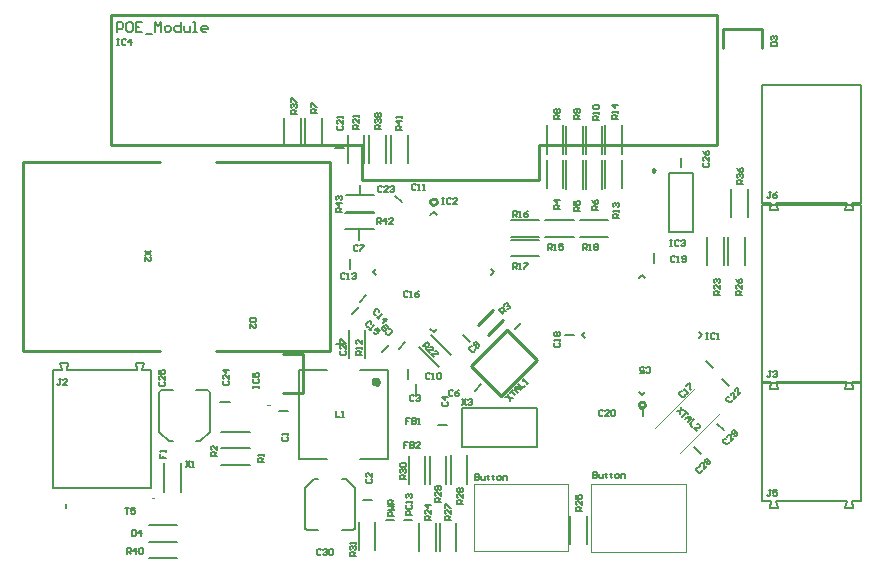
<source format=gto>
G04*
G04 #@! TF.GenerationSoftware,Altium Limited,Altium Designer,19.1.8 (144)*
G04*
G04 Layer_Color=65535*
%FSLAX25Y25*%
%MOIN*%
G70*
G01*
G75*
%ADD10C,0.01000*%
%ADD11C,0.00000*%
%ADD12C,0.00984*%
%ADD13C,0.01575*%
%ADD14C,0.00591*%
%ADD15C,0.00600*%
%ADD16C,0.00787*%
%ADD17C,0.00394*%
%ADD18C,0.00500*%
D10*
X131118Y120334D02*
X130697Y121209D01*
X129751Y121424D01*
X128993Y120820D01*
Y119849D01*
X129751Y119245D01*
X130697Y119460D01*
X131118Y120334D01*
X200618Y52666D02*
X200197Y53540D01*
X199251Y53755D01*
X198493Y53151D01*
Y52180D01*
X199251Y51575D01*
X200197Y51791D01*
X200618Y52666D01*
X148165Y75824D02*
X153176Y80835D01*
X144824Y79165D02*
X149835Y84176D01*
X165295Y139289D02*
X224350D01*
X165295Y127478D02*
Y139289D01*
X106240Y127478D02*
X165295D01*
X106240D02*
Y139289D01*
X22500D02*
Y151100D01*
Y182596D02*
X224350D01*
X22500Y139289D02*
X106240D01*
X22500Y151100D02*
Y182596D01*
X224350Y139289D02*
Y182596D01*
X152597Y55629D02*
X164568Y67600D01*
X142575Y65651D02*
X152597Y55629D01*
X142575Y65651D02*
X154546Y77622D01*
X164568Y67600D01*
X-6953Y70504D02*
Y133496D01*
X-6996Y70504D02*
X38756D01*
X-6953Y133496D02*
X38756D01*
X95449Y70500D02*
Y133492D01*
X57653Y70504D02*
X95449D01*
X57653Y133496D02*
X95449D01*
X226500Y178000D02*
X239500D01*
Y171500D02*
Y178000D01*
X226500Y171500D02*
Y178000D01*
X86374Y56500D02*
Y69500D01*
X79874Y56500D02*
X86374D01*
X79874Y69500D02*
X86374D01*
D11*
X75421Y52469D02*
X74634D01*
X75421D01*
X36825Y21728D02*
X36038D01*
X36825D01*
D12*
X203740Y130847D02*
X203002Y131273D01*
Y130420D01*
X203740Y130847D01*
D13*
X111614Y60327D02*
X111070Y61076D01*
X110190Y60790D01*
Y59864D01*
X111070Y59578D01*
X111614Y60327D01*
D14*
X87035Y12020D02*
X87324Y11324D01*
X88020Y11035D01*
X102980Y11035D02*
X103676Y11324D01*
X103965Y12020D01*
X55465Y56480D02*
X55176Y57176D01*
X54480Y57465D01*
X39520Y57465D02*
X38824Y57176D01*
X38535Y56480D01*
X87035Y12020D02*
Y24815D01*
X88020Y11035D02*
X91642D01*
X90185Y27965D02*
X91642D01*
X87035Y24815D02*
X90185Y27965D01*
X100815Y27965D02*
X103965Y24815D01*
X99358Y27965D02*
X100815D01*
X99358Y11035D02*
X102980D01*
X103965Y12020D02*
Y24815D01*
X55465Y43685D02*
Y56480D01*
X50858Y57465D02*
X54480D01*
X50858Y40535D02*
X52315D01*
Y40535D02*
X55465Y43685D01*
X38535Y43685D02*
X41685Y40535D01*
Y40535D02*
X43142D01*
X39520Y57465D02*
X43142D01*
X38535Y43685D02*
Y56480D01*
D15*
X130000Y117082D02*
X131061Y116021D01*
X149021Y95939D02*
X150082Y97000D01*
X128939Y77979D02*
X130000Y76918D01*
X109918Y97000D02*
X110979Y95939D01*
X130000Y76918D02*
X131061Y77979D01*
X149021Y98061D02*
X150082Y97000D01*
X128939Y116021D02*
X130000Y117082D01*
X109918Y97000D02*
X110979Y98061D01*
X117124Y122351D02*
X119351Y120124D01*
X35076Y12456D02*
X44524D01*
X35076Y6944D02*
X44524D01*
X198439Y56979D02*
X199500Y55918D01*
X179418Y76000D02*
X180479Y77061D01*
X199500Y96082D02*
X200561Y95021D01*
X218521Y77061D02*
X219582Y76000D01*
X198439Y95021D02*
X199500Y96082D01*
X179418Y76000D02*
X180479Y74939D01*
X199500Y55918D02*
X200561Y56979D01*
X218521Y74939D02*
X219582Y76000D01*
X100676Y116944D02*
X110124D01*
X100676Y122456D02*
X110124D01*
X100576Y116656D02*
X110024D01*
X100576Y111144D02*
X110024D01*
X115844Y133276D02*
Y142724D01*
X121356Y133276D02*
Y142724D01*
X35076Y6956D02*
X44524D01*
X35076Y1444D02*
X44524D01*
X108644Y133276D02*
Y142724D01*
X114156Y133276D02*
Y142724D01*
X80244Y138776D02*
Y148224D01*
X85756Y138776D02*
Y148224D01*
X229244Y115276D02*
Y124724D01*
X234756Y115276D02*
Y124724D01*
X105144Y4224D02*
Y13673D01*
X110656Y4224D02*
Y13673D01*
X127256Y26276D02*
Y35724D01*
X121744Y26276D02*
Y35724D01*
X134256Y26276D02*
Y35724D01*
X128744Y26276D02*
Y35724D01*
X141256Y26327D02*
Y35776D01*
X135744Y26327D02*
Y35776D01*
X132144Y3876D02*
Y13324D01*
X137656Y3876D02*
Y13324D01*
X233756Y99276D02*
Y108724D01*
X228244Y99276D02*
Y108724D01*
X181156Y6176D02*
Y15624D01*
X175644Y6176D02*
Y15624D01*
X130756Y3776D02*
Y13224D01*
X125244Y3776D02*
Y13224D01*
X221244Y99276D02*
Y108724D01*
X226756Y99276D02*
Y108724D01*
X125211Y71892D02*
X131892Y65211D01*
X129108Y75789D02*
X135789Y69108D01*
X106856Y133276D02*
Y142724D01*
X101344Y133276D02*
Y142724D01*
X178776Y114256D02*
X188224D01*
X178776Y108744D02*
X188224D01*
X155776Y107756D02*
X165224D01*
X155776Y102244D02*
X165224D01*
X155776Y114256D02*
X165224D01*
X155776Y108744D02*
X165224D01*
X167276D02*
X176724D01*
X167276Y114256D02*
X176724D01*
X192756Y136376D02*
Y145824D01*
X187244Y136376D02*
Y145824D01*
Y124776D02*
Y134224D01*
X192756Y124776D02*
Y134224D01*
X101744Y68276D02*
Y77724D01*
X107256Y68276D02*
Y77724D01*
X186256Y136276D02*
Y145724D01*
X180744Y136276D02*
Y145724D01*
X179756Y136276D02*
Y145724D01*
X174244Y136276D02*
Y145724D01*
X173256Y136376D02*
Y145824D01*
X167744Y136376D02*
Y145824D01*
X87244Y138776D02*
Y148224D01*
X92756Y138776D02*
Y148224D01*
X186256Y124724D02*
Y134173D01*
X180744Y124724D02*
Y134173D01*
X179756Y124724D02*
Y134173D01*
X174244Y124724D02*
Y134173D01*
X173256Y124776D02*
Y134224D01*
X167744Y124776D02*
Y134224D01*
X59276Y38244D02*
X68724D01*
X59276Y43756D02*
X68724D01*
X59276Y32744D02*
X68724D01*
X59276Y38256D02*
X68724D01*
X45756Y23676D02*
Y33124D01*
X40244Y23676D02*
Y33124D01*
X224486Y46413D02*
X226713Y44186D01*
X216887Y38514D02*
X219114Y36287D01*
X97425Y73001D02*
X100575D01*
X212501Y131925D02*
Y135075D01*
X58925Y53448D02*
X62075D01*
X105401Y122925D02*
Y126075D01*
X226186Y61313D02*
X228413Y59086D01*
X97025Y138101D02*
X100175D01*
X199748Y49025D02*
Y52175D01*
X203400Y100025D02*
Y103175D01*
X173725Y76049D02*
X176875D01*
X220986Y67113D02*
X223213Y64886D01*
X112886Y70387D02*
X115113Y72614D01*
X102887Y82886D02*
X105114Y85113D01*
X105387Y86886D02*
X107614Y89113D01*
X102101Y98025D02*
Y101175D01*
X121500Y61425D02*
Y64575D01*
X118386Y71387D02*
X120613Y73614D01*
X139987Y75814D02*
X142214Y73587D01*
X105300Y107625D02*
Y110775D01*
X143758Y57259D02*
X145985Y59486D01*
X157086Y77787D02*
X159313Y80014D01*
X131425Y46000D02*
X134575D01*
X124001Y56425D02*
Y59575D01*
X106425Y21001D02*
X109575D01*
X78425Y50499D02*
X81575D01*
X24400Y176900D02*
Y180099D01*
X26000D01*
X26533Y179566D01*
Y178499D01*
X26000Y177966D01*
X24400D01*
X29199Y180099D02*
X28132D01*
X27599Y179566D01*
Y177433D01*
X28132Y176900D01*
X29199D01*
X29732Y177433D01*
Y179566D01*
X29199Y180099D01*
X32931D02*
X30798D01*
Y176900D01*
X32931D01*
X30798Y178499D02*
X31864D01*
X33997Y176367D02*
X36130D01*
X37196Y176900D02*
Y180099D01*
X38262Y179033D01*
X39329Y180099D01*
Y176900D01*
X40928D02*
X41994D01*
X42527Y177433D01*
Y178499D01*
X41994Y179033D01*
X40928D01*
X40395Y178499D01*
Y177433D01*
X40928Y176900D01*
X45726Y180099D02*
Y176900D01*
X44127D01*
X43594Y177433D01*
Y178499D01*
X44127Y179033D01*
X45726D01*
X46793D02*
Y177433D01*
X47326Y176900D01*
X48925D01*
Y179033D01*
X49992Y176900D02*
X51058D01*
X50525D01*
Y180099D01*
X49992D01*
X54257Y176900D02*
X53191D01*
X52658Y177433D01*
Y178499D01*
X53191Y179033D01*
X54257D01*
X54790Y178499D01*
Y177966D01*
X52658D01*
D16*
X7689Y64185D02*
X31311D01*
X3161D02*
X6114D01*
X7689D02*
X8181Y66547D01*
X5622D02*
X6114Y64185D01*
X5622Y66547D02*
X8181D01*
X32886Y64185D02*
X35839D01*
X32886D02*
X33378Y66547D01*
X30819D02*
X31311Y64185D01*
X30819Y66547D02*
X33378D01*
X3161Y24815D02*
X35839D01*
X3161D02*
Y64185D01*
X35839Y24815D02*
Y64185D01*
X208563Y110158D02*
Y129842D01*
X216437Y110158D02*
Y129842D01*
X208563D02*
X216437D01*
X208563Y110158D02*
X216437D01*
X164500Y38500D02*
Y51500D01*
X139500D02*
X164500D01*
X139500Y38500D02*
X164500D01*
X139500D02*
Y51500D01*
X114319Y14405D02*
X116681D01*
X120319D02*
X122681D01*
X105512Y64264D02*
X114764D01*
X105512Y34736D02*
X114764D01*
X85236D02*
X94488D01*
X85236Y64264D02*
X94488D01*
X114764Y34736D02*
Y64264D01*
X85236Y34736D02*
Y64264D01*
X244189Y119815D02*
X267811D01*
X269386D02*
X272339D01*
X267319Y117453D02*
X267811Y119815D01*
X269386D02*
X269878Y117453D01*
X267319D02*
X269878D01*
X239661Y119815D02*
X242614D01*
X242122Y117453D02*
X242614Y119815D01*
X244189D02*
X244681Y117453D01*
X242122D02*
X244681D01*
X239661Y159185D02*
X272339D01*
Y119815D02*
Y159185D01*
X239661Y119815D02*
Y159185D01*
X244189Y20472D02*
X267811D01*
X269386D02*
X272339D01*
X267319Y18110D02*
X267811Y20472D01*
X269386D02*
X269878Y18110D01*
X267319D02*
X269878D01*
X239661Y20472D02*
X242614D01*
X242122Y18110D02*
X242614Y20472D01*
X244189D02*
X244681Y18110D01*
X242122D02*
X244681D01*
X239661Y59842D02*
X272339D01*
Y20472D02*
Y59842D01*
X239661Y20472D02*
Y59842D01*
X244189Y60287D02*
X267811D01*
X269386D02*
X272339D01*
X267319Y57925D02*
X267811Y60287D01*
X269386D02*
X269878Y57925D01*
X267319D02*
X269878D01*
X239661Y60287D02*
X242614D01*
X242122Y57925D02*
X242614Y60287D01*
X244189D02*
X244681Y57925D01*
X242122D02*
X244681D01*
X239661Y119343D02*
X272339D01*
Y60287D02*
Y119343D01*
X239661Y60287D02*
Y119343D01*
D17*
X212183Y36598D02*
X225507Y49921D01*
X203698Y45083D02*
X217021Y58407D01*
X143441Y3763D02*
Y26401D01*
Y3763D02*
X174937D01*
Y26401D01*
X143441D02*
X174937D01*
X182541Y3740D02*
Y26378D01*
Y3740D02*
X214037D01*
Y26378D01*
X182541D02*
X214037D01*
D18*
X153300Y82900D02*
X151886Y84314D01*
X152593Y85021D01*
X153064D01*
X153536Y84549D01*
X153536Y84078D01*
X152829Y83371D01*
X153300Y83842D02*
X154243D01*
X153536Y85492D02*
X153536Y85963D01*
X154007Y86434D01*
X154478D01*
X154714Y86199D01*
Y85728D01*
X154478Y85492D01*
X154714Y85728D01*
X155185D01*
X155421Y85492D01*
Y85021D01*
X154949Y84549D01*
X154478D01*
X7400Y18200D02*
Y19533D01*
X121533Y40199D02*
X120200D01*
Y39200D01*
X120867D01*
X120200D01*
Y38200D01*
X122199Y40199D02*
Y38200D01*
X123199D01*
X123532Y38533D01*
Y38866D01*
X123199Y39200D01*
X122199D01*
X123199D01*
X123532Y39533D01*
Y39866D01*
X123199Y40199D01*
X122199D01*
X125532Y38200D02*
X124199D01*
X125532Y39533D01*
Y39866D01*
X125198Y40199D01*
X124532D01*
X124199Y39866D01*
X122233Y48299D02*
X120900D01*
Y47300D01*
X121566D01*
X120900D01*
Y46300D01*
X122899Y48299D02*
Y46300D01*
X123899D01*
X124232Y46633D01*
Y46966D01*
X123899Y47300D01*
X122899D01*
X123899D01*
X124232Y47633D01*
Y47966D01*
X123899Y48299D01*
X122899D01*
X124899Y46300D02*
X125565D01*
X125232D01*
Y48299D01*
X124899Y47966D01*
X29600Y10799D02*
Y8800D01*
X30600D01*
X30933Y9133D01*
Y10466D01*
X30600Y10799D01*
X29600D01*
X32599Y8800D02*
Y10799D01*
X31599Y9800D01*
X32932D01*
X35699Y104000D02*
X33700Y102667D01*
X35699D02*
X33700Y104000D01*
Y100668D02*
Y102001D01*
X35033Y100668D01*
X35366D01*
X35699Y101001D01*
Y101667D01*
X35366Y102001D01*
X99400Y116874D02*
X97401D01*
Y117874D01*
X97734Y118207D01*
X98400D01*
X98734Y117874D01*
Y116874D01*
Y117541D02*
X99400Y118207D01*
Y119873D02*
X97401D01*
X98400Y118874D01*
Y120207D01*
X97734Y120873D02*
X97401Y121206D01*
Y121873D01*
X97734Y122206D01*
X98067D01*
X98400Y121873D01*
Y121540D01*
Y121873D01*
X98734Y122206D01*
X99067D01*
X99400Y121873D01*
Y121206D01*
X99067Y120873D01*
X111300Y112900D02*
Y114899D01*
X112300D01*
X112633Y114566D01*
Y113900D01*
X112300Y113567D01*
X111300D01*
X111967D02*
X112633Y112900D01*
X114299D02*
Y114899D01*
X113299Y113900D01*
X114632D01*
X116632Y112900D02*
X115299D01*
X116632Y114233D01*
Y114566D01*
X116298Y114899D01*
X115632D01*
X115299Y114566D01*
X119600Y144300D02*
X117601D01*
Y145300D01*
X117934Y145633D01*
X118600D01*
X118933Y145300D01*
Y144300D01*
Y144966D02*
X119600Y145633D01*
Y147299D02*
X117601D01*
X118600Y146299D01*
Y147632D01*
X119600Y148299D02*
Y148965D01*
Y148632D01*
X117601D01*
X117934Y148299D01*
X112400Y144500D02*
X110401D01*
Y145500D01*
X110734Y145833D01*
X111400D01*
X111733Y145500D01*
Y144500D01*
Y145167D02*
X112400Y145833D01*
X110734Y146499D02*
X110401Y146833D01*
Y147499D01*
X110734Y147832D01*
X111067D01*
X111400Y147499D01*
Y147166D01*
Y147499D01*
X111733Y147832D01*
X112067D01*
X112400Y147499D01*
Y146833D01*
X112067Y146499D01*
X110734Y148499D02*
X110401Y148832D01*
Y149498D01*
X110734Y149832D01*
X111067D01*
X111400Y149498D01*
X111733Y149832D01*
X112067D01*
X112400Y149498D01*
Y148832D01*
X112067Y148499D01*
X111733D01*
X111400Y148832D01*
X111067Y148499D01*
X110734D01*
X111400Y148832D02*
Y149498D01*
X112733Y125266D02*
X112400Y125599D01*
X111733D01*
X111400Y125266D01*
Y123933D01*
X111733Y123600D01*
X112400D01*
X112733Y123933D01*
X114732Y123600D02*
X113399D01*
X114732Y124933D01*
Y125266D01*
X114399Y125599D01*
X113733D01*
X113399Y125266D01*
X115399D02*
X115732Y125599D01*
X116398D01*
X116732Y125266D01*
Y124933D01*
X116398Y124600D01*
X116065D01*
X116398D01*
X116732Y124267D01*
Y123933D01*
X116398Y123600D01*
X115732D01*
X115399Y123933D01*
X98034Y145733D02*
X97701Y145400D01*
Y144733D01*
X98034Y144400D01*
X99367D01*
X99700Y144733D01*
Y145400D01*
X99367Y145733D01*
X99700Y147732D02*
Y146399D01*
X98367Y147732D01*
X98034D01*
X97701Y147399D01*
Y146733D01*
X98034Y146399D01*
X99700Y148399D02*
Y149065D01*
Y148732D01*
X97701D01*
X98034Y148399D01*
X104933Y105666D02*
X104600Y105999D01*
X103933D01*
X103600Y105666D01*
Y104333D01*
X103933Y104000D01*
X104600D01*
X104933Y104333D01*
X105599Y105999D02*
X106932D01*
Y105666D01*
X105599Y104333D01*
Y104000D01*
X27300Y18399D02*
X28633D01*
X27966D01*
Y16400D01*
X30632Y18399D02*
X29299D01*
Y17400D01*
X29966Y17733D01*
X30299D01*
X30632Y17400D01*
Y16733D01*
X30299Y16400D01*
X29633D01*
X29299Y16733D01*
X27800Y3000D02*
Y4999D01*
X28800D01*
X29133Y4666D01*
Y4000D01*
X28800Y3666D01*
X27800D01*
X28466D02*
X29133Y3000D01*
X30799D02*
Y4999D01*
X29799Y4000D01*
X31132D01*
X31799Y4666D02*
X32132Y4999D01*
X32798D01*
X33132Y4666D01*
Y3333D01*
X32798Y3000D01*
X32132D01*
X31799Y3333D01*
Y4666D01*
X24600Y174699D02*
X25267D01*
X24933D01*
Y172700D01*
X24600D01*
X25267D01*
X27599Y174366D02*
X27266Y174699D01*
X26599D01*
X26266Y174366D01*
Y173033D01*
X26599Y172700D01*
X27266D01*
X27599Y173033D01*
X29265Y172700D02*
Y174699D01*
X28266Y173700D01*
X29598D01*
X220700Y76699D02*
X221366D01*
X221033D01*
Y74700D01*
X220700D01*
X221366D01*
X223699Y76366D02*
X223366Y76699D01*
X222699D01*
X222366Y76366D01*
Y75033D01*
X222699Y74700D01*
X223366D01*
X223699Y75033D01*
X224365Y74700D02*
X225032D01*
X224699D01*
Y76699D01*
X224365Y76366D01*
X143900Y29699D02*
Y27700D01*
X144900D01*
X145233Y28033D01*
Y28366D01*
X144900Y28700D01*
X143900D01*
X144900D01*
X145233Y29033D01*
Y29366D01*
X144900Y29699D01*
X143900D01*
X145899Y29033D02*
Y28033D01*
X146233Y27700D01*
X147232D01*
Y29033D01*
X148232Y29366D02*
Y29033D01*
X147899D01*
X148565D01*
X148232D01*
Y28033D01*
X148565Y27700D01*
X149898Y29366D02*
Y29033D01*
X149565D01*
X150231D01*
X149898D01*
Y28033D01*
X150231Y27700D01*
X151564D02*
X152231D01*
X152564Y28033D01*
Y28700D01*
X152231Y29033D01*
X151564D01*
X151231Y28700D01*
Y28033D01*
X151564Y27700D01*
X153230D02*
Y29033D01*
X154230D01*
X154563Y28700D01*
Y27700D01*
X183100Y30099D02*
Y28100D01*
X184100D01*
X184433Y28433D01*
Y28766D01*
X184100Y29100D01*
X183100D01*
X184100D01*
X184433Y29433D01*
Y29766D01*
X184100Y30099D01*
X183100D01*
X185099Y29433D02*
Y28433D01*
X185433Y28100D01*
X186432D01*
Y29433D01*
X187432Y29766D02*
Y29433D01*
X187099D01*
X187765D01*
X187432D01*
Y28433D01*
X187765Y28100D01*
X189098Y29766D02*
Y29433D01*
X188765D01*
X189431D01*
X189098D01*
Y28433D01*
X189431Y28100D01*
X190764D02*
X191431D01*
X191764Y28433D01*
Y29100D01*
X191431Y29433D01*
X190764D01*
X190431Y29100D01*
Y28433D01*
X190764Y28100D01*
X192430D02*
Y29433D01*
X193430D01*
X193763Y29100D01*
Y28100D01*
X242433Y63899D02*
X241766D01*
X242100D01*
Y62233D01*
X241766Y61900D01*
X241433D01*
X241100Y62233D01*
X243099Y63566D02*
X243433Y63899D01*
X244099D01*
X244432Y63566D01*
Y63233D01*
X244099Y62900D01*
X243766D01*
X244099D01*
X244432Y62566D01*
Y62233D01*
X244099Y61900D01*
X243433D01*
X243099Y62233D01*
X92633Y4366D02*
X92300Y4699D01*
X91633D01*
X91300Y4366D01*
Y3033D01*
X91633Y2700D01*
X92300D01*
X92633Y3033D01*
X93299Y4366D02*
X93633Y4699D01*
X94299D01*
X94632Y4366D01*
Y4033D01*
X94299Y3700D01*
X93966D01*
X94299D01*
X94632Y3366D01*
Y3033D01*
X94299Y2700D01*
X93633D01*
X93299Y3033D01*
X95299Y4366D02*
X95632Y4699D01*
X96298D01*
X96632Y4366D01*
Y3033D01*
X96298Y2700D01*
X95632D01*
X95299Y3033D01*
Y4366D01*
X107734Y27933D02*
X107401Y27600D01*
Y26933D01*
X107734Y26600D01*
X109067D01*
X109400Y26933D01*
Y27600D01*
X109067Y27933D01*
X109400Y29932D02*
Y28599D01*
X108067Y29932D01*
X107734D01*
X107401Y29599D01*
Y28933D01*
X107734Y28599D01*
X47600Y33799D02*
X48933Y31800D01*
Y33799D02*
X47600Y31800D01*
X49599D02*
X50266D01*
X49933D01*
Y33799D01*
X49599Y33466D01*
X79934Y41833D02*
X79601Y41500D01*
Y40833D01*
X79934Y40500D01*
X81267D01*
X81600Y40833D01*
Y41500D01*
X81267Y41833D01*
X81600Y42499D02*
Y43166D01*
Y42833D01*
X79601D01*
X79934Y42499D01*
X123533Y55466D02*
X123200Y55799D01*
X122533D01*
X122200Y55466D01*
Y54133D01*
X122533Y53800D01*
X123200D01*
X123533Y54133D01*
X124199Y55466D02*
X124533Y55799D01*
X125199D01*
X125532Y55466D01*
Y55133D01*
X125199Y54800D01*
X124866D01*
X125199D01*
X125532Y54466D01*
Y54133D01*
X125199Y53800D01*
X124533D01*
X124199Y54133D01*
X133034Y53433D02*
X132701Y53100D01*
Y52433D01*
X133034Y52100D01*
X134367D01*
X134700Y52433D01*
Y53100D01*
X134367Y53433D01*
X134700Y55099D02*
X132701D01*
X133700Y54099D01*
Y55432D01*
X200867Y63734D02*
X201200Y63401D01*
X201867D01*
X202200Y63734D01*
Y65067D01*
X201867Y65400D01*
X201200D01*
X200867Y65067D01*
X198868Y63401D02*
X200201D01*
Y64400D01*
X199534Y64067D01*
X199201D01*
X198868Y64400D01*
Y65067D01*
X199201Y65400D01*
X199867D01*
X200201Y65067D01*
X136405Y57339D02*
X136072Y57672D01*
X135406D01*
X135073Y57339D01*
Y56006D01*
X135406Y55673D01*
X136072D01*
X136405Y56006D01*
X138405Y57672D02*
X137738Y57339D01*
X137072Y56672D01*
Y56006D01*
X137405Y55673D01*
X138072D01*
X138405Y56006D01*
Y56339D01*
X138072Y56672D01*
X137072D01*
X142864Y72221D02*
X142393D01*
X141922Y71749D01*
X141922Y71278D01*
X142864Y70336D01*
X143336D01*
X143807Y70807D01*
X143807Y71278D01*
X143336Y72692D02*
X143336Y73163D01*
X143807Y73634D01*
X144278D01*
X144514Y73399D01*
Y72927D01*
X144985D01*
X145221Y72692D01*
Y72221D01*
X144749Y71749D01*
X144278D01*
X144043Y71985D01*
Y72456D01*
X143571D01*
X143336Y72692D01*
X144043Y72456D02*
X144514Y72927D01*
X114279Y76864D02*
Y76393D01*
X114751Y75922D01*
X115222Y75922D01*
X116164Y76864D01*
Y77336D01*
X115693Y77807D01*
X115222Y77807D01*
X114751Y78278D02*
Y78749D01*
X114279Y79221D01*
X113808D01*
X112866Y78278D01*
Y77807D01*
X113337Y77336D01*
X113808Y77336D01*
X114044Y77571D01*
Y78043D01*
X113337Y78749D01*
X128733Y62966D02*
X128400Y63299D01*
X127733D01*
X127400Y62966D01*
Y61633D01*
X127733Y61300D01*
X128400D01*
X128733Y61633D01*
X129399Y61300D02*
X130066D01*
X129733D01*
Y63299D01*
X129399Y62966D01*
X131065D02*
X131399Y63299D01*
X132065D01*
X132398Y62966D01*
Y61633D01*
X132065Y61300D01*
X131399D01*
X131065Y61633D01*
Y62966D01*
X124233Y125766D02*
X123900Y126099D01*
X123233D01*
X122900Y125766D01*
Y124433D01*
X123233Y124100D01*
X123900D01*
X124233Y124433D01*
X124899Y124100D02*
X125566D01*
X125233D01*
Y126099D01*
X124899Y125766D01*
X126566Y124100D02*
X127232D01*
X126899D01*
Y126099D01*
X126566Y125766D01*
X100433Y96166D02*
X100100Y96499D01*
X99433D01*
X99100Y96166D01*
Y94833D01*
X99433Y94500D01*
X100100D01*
X100433Y94833D01*
X101099Y94500D02*
X101766D01*
X101433D01*
Y96499D01*
X101099Y96166D01*
X102766D02*
X103099Y96499D01*
X103765D01*
X104098Y96166D01*
Y95833D01*
X103765Y95500D01*
X103432D01*
X103765D01*
X104098Y95166D01*
Y94833D01*
X103765Y94500D01*
X103099D01*
X102766Y94833D01*
X111921Y83536D02*
Y84007D01*
X111449Y84478D01*
X110978Y84478D01*
X110036Y83536D01*
Y83064D01*
X110507Y82593D01*
X110978Y82593D01*
X111214Y81886D02*
X111685Y81415D01*
X111449Y81651D01*
X112863Y83064D01*
X112392Y83064D01*
X113099Y80001D02*
X114513Y81415D01*
X113099D01*
X114041Y80472D01*
X109321Y79636D02*
Y80107D01*
X108849Y80578D01*
X108378Y80578D01*
X107436Y79636D01*
Y79164D01*
X107907Y78693D01*
X108378Y78693D01*
X108614Y77986D02*
X109085Y77515D01*
X108849Y77751D01*
X110263Y79164D01*
X109792Y79164D01*
X112148Y77279D02*
X111206Y78222D01*
X110499Y77515D01*
X111206Y77279D01*
X111441Y77044D01*
Y76573D01*
X110970Y76101D01*
X110499Y76101D01*
X110028Y76573D01*
Y77044D01*
X121333Y90166D02*
X121000Y90499D01*
X120333D01*
X120000Y90166D01*
Y88833D01*
X120333Y88500D01*
X121000D01*
X121333Y88833D01*
X121999Y88500D02*
X122666D01*
X122333D01*
Y90499D01*
X121999Y90166D01*
X124998Y90499D02*
X124332Y90166D01*
X123665Y89500D01*
Y88833D01*
X123999Y88500D01*
X124665D01*
X124998Y88833D01*
Y89166D01*
X124665Y89500D01*
X123665D01*
X212864Y57121D02*
X212393D01*
X211922Y56649D01*
X211922Y56178D01*
X212864Y55236D01*
X213336D01*
X213807Y55707D01*
X213807Y56178D01*
X214514Y56414D02*
X214985Y56885D01*
X214749Y56649D01*
X213336Y58063D01*
X213336Y57592D01*
X214278Y59006D02*
X215221Y59948D01*
X215456Y59712D01*
Y57828D01*
X215692Y57592D01*
X170634Y73233D02*
X170301Y72900D01*
Y72233D01*
X170634Y71900D01*
X171967D01*
X172300Y72233D01*
Y72900D01*
X171967Y73233D01*
X172300Y73899D02*
Y74566D01*
Y74233D01*
X170301D01*
X170634Y73899D01*
Y75565D02*
X170301Y75899D01*
Y76565D01*
X170634Y76898D01*
X170967D01*
X171300Y76565D01*
X171634Y76898D01*
X171967D01*
X172300Y76565D01*
Y75899D01*
X171967Y75565D01*
X171634D01*
X171300Y75899D01*
X170967Y75565D01*
X170634D01*
X171300Y75899D02*
Y76565D01*
X210633Y101966D02*
X210300Y102299D01*
X209633D01*
X209300Y101966D01*
Y100633D01*
X209633Y100300D01*
X210300D01*
X210633Y100633D01*
X211299Y100300D02*
X211966D01*
X211633D01*
Y102299D01*
X211299Y101966D01*
X212965Y100633D02*
X213299Y100300D01*
X213965D01*
X214298Y100633D01*
Y101966D01*
X213965Y102299D01*
X213299D01*
X212965Y101966D01*
Y101633D01*
X213299Y101300D01*
X214298D01*
X186633Y50666D02*
X186300Y50999D01*
X185633D01*
X185300Y50666D01*
Y49333D01*
X185633Y49000D01*
X186300D01*
X186633Y49333D01*
X188632Y49000D02*
X187299D01*
X188632Y50333D01*
Y50666D01*
X188299Y50999D01*
X187633D01*
X187299Y50666D01*
X189299D02*
X189632Y50999D01*
X190298D01*
X190632Y50666D01*
Y49333D01*
X190298Y49000D01*
X189632D01*
X189299Y49333D01*
Y50666D01*
X228564Y55321D02*
X228093D01*
X227622Y54849D01*
X227622Y54378D01*
X228564Y53436D01*
X229036D01*
X229507Y53907D01*
X229507Y54378D01*
X231156Y55556D02*
X230214Y54614D01*
Y56499D01*
X229978Y56734D01*
X229507D01*
X229036Y56263D01*
X229036Y55792D01*
X232570Y56970D02*
X231627Y56028D01*
Y57912D01*
X231392Y58148D01*
X230921D01*
X230449Y57677D01*
Y57206D01*
X139600Y54599D02*
X140933Y52600D01*
Y54599D02*
X139600Y52600D01*
X141599Y54266D02*
X141933Y54599D01*
X142599D01*
X142932Y54266D01*
Y53933D01*
X142599Y53600D01*
X142266D01*
X142599D01*
X142932Y53266D01*
Y52933D01*
X142599Y52600D01*
X141933D01*
X141599Y52933D01*
X60234Y60533D02*
X59901Y60200D01*
Y59533D01*
X60234Y59200D01*
X61567D01*
X61900Y59533D01*
Y60200D01*
X61567Y60533D01*
X61900Y62532D02*
Y61199D01*
X60567Y62532D01*
X60234D01*
X59901Y62199D01*
Y61533D01*
X60234Y61199D01*
X61900Y64198D02*
X59901D01*
X60900Y63199D01*
Y64532D01*
X69801Y58200D02*
Y58866D01*
Y58533D01*
X71800D01*
Y58200D01*
Y58866D01*
X70134Y61199D02*
X69801Y60866D01*
Y60199D01*
X70134Y59866D01*
X71467D01*
X71800Y60199D01*
Y60866D01*
X71467Y61199D01*
X69801Y63198D02*
Y61866D01*
X70800D01*
X70467Y62532D01*
Y62865D01*
X70800Y63198D01*
X71467D01*
X71800Y62865D01*
Y62199D01*
X71467Y61866D01*
X132800Y121699D02*
X133466D01*
X133133D01*
Y119700D01*
X132800D01*
X133466D01*
X135799Y121366D02*
X135466Y121699D01*
X134799D01*
X134466Y121366D01*
Y120033D01*
X134799Y119700D01*
X135466D01*
X135799Y120033D01*
X137798Y119700D02*
X136466D01*
X137798Y121033D01*
Y121366D01*
X137465Y121699D01*
X136799D01*
X136466Y121366D01*
X208700Y107499D02*
X209366D01*
X209033D01*
Y105500D01*
X208700D01*
X209366D01*
X211699Y107166D02*
X211366Y107499D01*
X210699D01*
X210366Y107166D01*
Y105833D01*
X210699Y105500D01*
X211366D01*
X211699Y105833D01*
X212366Y107166D02*
X212699Y107499D01*
X213365D01*
X213698Y107166D01*
Y106833D01*
X213365Y106500D01*
X213032D01*
X213365D01*
X213698Y106167D01*
Y105833D01*
X213365Y105500D01*
X212699D01*
X212366Y105833D01*
X122900Y15900D02*
X120901D01*
Y16900D01*
X121234Y17233D01*
X121900D01*
X122233Y16900D01*
Y15900D01*
X121234Y19232D02*
X120901Y18899D01*
Y18233D01*
X121234Y17899D01*
X122567D01*
X122900Y18233D01*
Y18899D01*
X122567Y19232D01*
X122900Y19899D02*
Y20565D01*
Y20232D01*
X120901D01*
X121234Y19899D01*
Y21565D02*
X120901Y21898D01*
Y22565D01*
X121234Y22898D01*
X121567D01*
X121900Y22565D01*
Y22231D01*
Y22565D01*
X122233Y22898D01*
X122567D01*
X122900Y22565D01*
Y21898D01*
X122567Y21565D01*
X116950Y15750D02*
X114951D01*
Y16750D01*
X115284Y17083D01*
X115950D01*
X116284Y16750D01*
Y15750D01*
X114951Y17749D02*
X116950D01*
X116284Y18416D01*
X116950Y19082D01*
X114951D01*
X116950Y19749D02*
X114951D01*
Y20748D01*
X115284Y21082D01*
X115950D01*
X116284Y20748D01*
Y19749D01*
Y20415D02*
X116950Y21082D01*
X73500Y33600D02*
X71501D01*
Y34600D01*
X71834Y34933D01*
X72500D01*
X72834Y34600D01*
Y33600D01*
Y34266D02*
X73500Y34933D01*
Y35599D02*
Y36266D01*
Y35933D01*
X71501D01*
X71834Y35599D01*
X57900Y35700D02*
X55901D01*
Y36700D01*
X56234Y37033D01*
X56900D01*
X57234Y36700D01*
Y35700D01*
Y36366D02*
X57900Y37033D01*
Y39032D02*
Y37699D01*
X56567Y39032D01*
X56234D01*
X55901Y38699D01*
Y38033D01*
X56234Y37699D01*
X172000Y117800D02*
X170001D01*
Y118800D01*
X170334Y119133D01*
X171000D01*
X171334Y118800D01*
Y117800D01*
Y118466D02*
X172000Y119133D01*
Y120799D02*
X170001D01*
X171000Y119799D01*
Y121132D01*
X178900Y117400D02*
X176901D01*
Y118400D01*
X177234Y118733D01*
X177900D01*
X178234Y118400D01*
Y117400D01*
Y118067D02*
X178900Y118733D01*
X176901Y120732D02*
Y119399D01*
X177900D01*
X177567Y120066D01*
Y120399D01*
X177900Y120732D01*
X178567D01*
X178900Y120399D01*
Y119733D01*
X178567Y119399D01*
X184800Y117700D02*
X182801D01*
Y118700D01*
X183134Y119033D01*
X183800D01*
X184134Y118700D01*
Y117700D01*
Y118367D02*
X184800Y119033D01*
X182801Y121032D02*
X183134Y120366D01*
X183800Y119699D01*
X184467D01*
X184800Y120033D01*
Y120699D01*
X184467Y121032D01*
X184134D01*
X183800Y120699D01*
Y119699D01*
X91000Y149800D02*
X89001D01*
Y150800D01*
X89334Y151133D01*
X90000D01*
X90334Y150800D01*
Y149800D01*
Y150467D02*
X91000Y151133D01*
X89001Y151799D02*
Y153132D01*
X89334D01*
X90667Y151799D01*
X91000D01*
X172000Y148000D02*
X170001D01*
Y149000D01*
X170334Y149333D01*
X171000D01*
X171334Y149000D01*
Y148000D01*
Y148667D02*
X172000Y149333D01*
X170334Y149999D02*
X170001Y150333D01*
Y150999D01*
X170334Y151332D01*
X170667D01*
X171000Y150999D01*
X171334Y151332D01*
X171667D01*
X172000Y150999D01*
Y150333D01*
X171667Y149999D01*
X171334D01*
X171000Y150333D01*
X170667Y149999D01*
X170334D01*
X171000Y150333D02*
Y150999D01*
X178900Y148000D02*
X176901D01*
Y149000D01*
X177234Y149333D01*
X177900D01*
X178234Y149000D01*
Y148000D01*
Y148667D02*
X178900Y149333D01*
X178567Y149999D02*
X178900Y150333D01*
Y150999D01*
X178567Y151332D01*
X177234D01*
X176901Y150999D01*
Y150333D01*
X177234Y149999D01*
X177567D01*
X177900Y150333D01*
Y151332D01*
X185100Y147500D02*
X183101D01*
Y148500D01*
X183434Y148833D01*
X184100D01*
X184433Y148500D01*
Y147500D01*
Y148167D02*
X185100Y148833D01*
Y149499D02*
Y150166D01*
Y149833D01*
X183101D01*
X183434Y149499D01*
Y151165D02*
X183101Y151499D01*
Y152165D01*
X183434Y152498D01*
X184767D01*
X185100Y152165D01*
Y151499D01*
X184767Y151165D01*
X183434D01*
X106200Y69200D02*
X104201D01*
Y70200D01*
X104534Y70533D01*
X105200D01*
X105534Y70200D01*
Y69200D01*
Y69866D02*
X106200Y70533D01*
Y71199D02*
Y71866D01*
Y71533D01*
X104201D01*
X104534Y71199D01*
X106200Y74198D02*
Y72865D01*
X104867Y74198D01*
X104534D01*
X104201Y73865D01*
Y73199D01*
X104534Y72865D01*
X191700Y115000D02*
X189701D01*
Y116000D01*
X190034Y116333D01*
X190700D01*
X191033Y116000D01*
Y115000D01*
Y115666D02*
X191700Y116333D01*
Y116999D02*
Y117666D01*
Y117333D01*
X189701D01*
X190034Y116999D01*
Y118666D02*
X189701Y118999D01*
Y119665D01*
X190034Y119998D01*
X190367D01*
X190700Y119665D01*
Y119332D01*
Y119665D01*
X191033Y119998D01*
X191367D01*
X191700Y119665D01*
Y118999D01*
X191367Y118666D01*
X191600Y147800D02*
X189601D01*
Y148800D01*
X189934Y149133D01*
X190600D01*
X190934Y148800D01*
Y147800D01*
Y148467D02*
X191600Y149133D01*
Y149799D02*
Y150466D01*
Y150133D01*
X189601D01*
X189934Y149799D01*
X191600Y152465D02*
X189601D01*
X190600Y151465D01*
Y152798D01*
X168300Y104300D02*
Y106299D01*
X169300D01*
X169633Y105966D01*
Y105300D01*
X169300Y104966D01*
X168300D01*
X168966D02*
X169633Y104300D01*
X170299D02*
X170966D01*
X170633D01*
Y106299D01*
X170299Y105966D01*
X173298Y106299D02*
X171966D01*
Y105300D01*
X172632Y105633D01*
X172965D01*
X173298Y105300D01*
Y104633D01*
X172965Y104300D01*
X172299D01*
X171966Y104633D01*
X156500Y115400D02*
Y117399D01*
X157500D01*
X157833Y117066D01*
Y116400D01*
X157500Y116067D01*
X156500D01*
X157167D02*
X157833Y115400D01*
X158499D02*
X159166D01*
X158833D01*
Y117399D01*
X158499Y117066D01*
X161498Y117399D02*
X160832Y117066D01*
X160166Y116400D01*
Y115733D01*
X160499Y115400D01*
X161165D01*
X161498Y115733D01*
Y116067D01*
X161165Y116400D01*
X160166D01*
X156600Y97800D02*
Y99799D01*
X157600D01*
X157933Y99466D01*
Y98800D01*
X157600Y98466D01*
X156600D01*
X157266D02*
X157933Y97800D01*
X158599D02*
X159266D01*
X158933D01*
Y99799D01*
X158599Y99466D01*
X160266Y99799D02*
X161598D01*
Y99466D01*
X160266Y98133D01*
Y97800D01*
X179800Y104300D02*
Y106299D01*
X180800D01*
X181133Y105966D01*
Y105300D01*
X180800Y104966D01*
X179800D01*
X180466D02*
X181133Y104300D01*
X181799D02*
X182466D01*
X182133D01*
Y106299D01*
X181799Y105966D01*
X183466D02*
X183799Y106299D01*
X184465D01*
X184798Y105966D01*
Y105633D01*
X184465Y105300D01*
X184798Y104966D01*
Y104633D01*
X184465Y104300D01*
X183799D01*
X183466Y104633D01*
Y104966D01*
X183799Y105300D01*
X183466Y105633D01*
Y105966D01*
X183799Y105300D02*
X184465D01*
X105200Y144700D02*
X103201D01*
Y145700D01*
X103534Y146033D01*
X104200D01*
X104534Y145700D01*
Y144700D01*
Y145367D02*
X105200Y146033D01*
Y148032D02*
Y146699D01*
X103867Y148032D01*
X103534D01*
X103201Y147699D01*
Y147033D01*
X103534Y146699D01*
X105200Y148699D02*
Y149365D01*
Y149032D01*
X103201D01*
X103534Y148699D01*
X126400Y72300D02*
X127814Y73714D01*
X128521Y73007D01*
Y72536D01*
X128049Y72064D01*
X127578Y72064D01*
X126871Y72771D01*
X127342Y72300D02*
Y71358D01*
X128756Y69944D02*
X127814Y70886D01*
X129699D01*
X129934Y71122D01*
Y71593D01*
X129463Y72064D01*
X128992Y72064D01*
X130170Y68530D02*
X129227Y69472D01*
X131113D01*
X131348Y69708D01*
Y70179D01*
X130877Y70651D01*
X130406D01*
X225600Y89300D02*
X223601D01*
Y90300D01*
X223934Y90633D01*
X224600D01*
X224934Y90300D01*
Y89300D01*
Y89966D02*
X225600Y90633D01*
Y92632D02*
Y91299D01*
X224267Y92632D01*
X223934D01*
X223601Y92299D01*
Y91633D01*
X223934Y91299D01*
Y93299D02*
X223601Y93632D01*
Y94298D01*
X223934Y94632D01*
X224267D01*
X224600Y94298D01*
Y93965D01*
Y94298D01*
X224934Y94632D01*
X225267D01*
X225600Y94298D01*
Y93632D01*
X225267Y93299D01*
X129100Y14400D02*
X127101D01*
Y15400D01*
X127434Y15733D01*
X128100D01*
X128434Y15400D01*
Y14400D01*
Y15067D02*
X129100Y15733D01*
Y17732D02*
Y16399D01*
X127767Y17732D01*
X127434D01*
X127101Y17399D01*
Y16733D01*
X127434Y16399D01*
X129100Y19398D02*
X127101D01*
X128100Y18399D01*
Y19732D01*
X179400Y17200D02*
X177401D01*
Y18200D01*
X177734Y18533D01*
X178400D01*
X178734Y18200D01*
Y17200D01*
Y17866D02*
X179400Y18533D01*
Y20532D02*
Y19199D01*
X178067Y20532D01*
X177734D01*
X177401Y20199D01*
Y19533D01*
X177734Y19199D01*
X177401Y22532D02*
Y21199D01*
X178400D01*
X178067Y21865D01*
Y22198D01*
X178400Y22532D01*
X179067D01*
X179400Y22198D01*
Y21532D01*
X179067Y21199D01*
X232700Y89200D02*
X230701D01*
Y90200D01*
X231034Y90533D01*
X231700D01*
X232034Y90200D01*
Y89200D01*
Y89866D02*
X232700Y90533D01*
Y92532D02*
Y91199D01*
X231367Y92532D01*
X231034D01*
X230701Y92199D01*
Y91533D01*
X231034Y91199D01*
X230701Y94532D02*
X231034Y93865D01*
X231700Y93199D01*
X232367D01*
X232700Y93532D01*
Y94198D01*
X232367Y94532D01*
X232034D01*
X231700Y94198D01*
Y93199D01*
X135900Y14100D02*
X133901D01*
Y15100D01*
X134234Y15433D01*
X134900D01*
X135233Y15100D01*
Y14100D01*
Y14766D02*
X135900Y15433D01*
Y17432D02*
Y16099D01*
X134567Y17432D01*
X134234D01*
X133901Y17099D01*
Y16433D01*
X134234Y16099D01*
X133901Y18099D02*
Y19432D01*
X134234D01*
X135567Y18099D01*
X135900D01*
X139700Y19700D02*
X137701D01*
Y20700D01*
X138034Y21033D01*
X138700D01*
X139033Y20700D01*
Y19700D01*
Y20367D02*
X139700Y21033D01*
Y23032D02*
Y21699D01*
X138367Y23032D01*
X138034D01*
X137701Y22699D01*
Y22033D01*
X138034Y21699D01*
Y23699D02*
X137701Y24032D01*
Y24698D01*
X138034Y25032D01*
X138367D01*
X138700Y24698D01*
X139033Y25032D01*
X139367D01*
X139700Y24698D01*
Y24032D01*
X139367Y23699D01*
X139033D01*
X138700Y24032D01*
X138367Y23699D01*
X138034D01*
X138700Y24032D02*
Y24698D01*
X132600Y20100D02*
X130601D01*
Y21100D01*
X130934Y21433D01*
X131600D01*
X131933Y21100D01*
Y20100D01*
Y20766D02*
X132600Y21433D01*
Y23432D02*
Y22099D01*
X131267Y23432D01*
X130934D01*
X130601Y23099D01*
Y22433D01*
X130934Y22099D01*
X132267Y24099D02*
X132600Y24432D01*
Y25098D01*
X132267Y25432D01*
X130934D01*
X130601Y25098D01*
Y24432D01*
X130934Y24099D01*
X131267D01*
X131600Y24432D01*
Y25432D01*
X120824Y27949D02*
X118825D01*
Y28949D01*
X119158Y29282D01*
X119825D01*
X120158Y28949D01*
Y27949D01*
Y28615D02*
X120824Y29282D01*
X119158Y29948D02*
X118825Y30281D01*
Y30948D01*
X119158Y31281D01*
X119492D01*
X119825Y30948D01*
Y30615D01*
Y30948D01*
X120158Y31281D01*
X120491D01*
X120824Y30948D01*
Y30281D01*
X120491Y29948D01*
X119158Y31947D02*
X118825Y32281D01*
Y32947D01*
X119158Y33280D01*
X120491D01*
X120824Y32947D01*
Y32281D01*
X120491Y31947D01*
X119158D01*
X104100Y2400D02*
X102101D01*
Y3400D01*
X102434Y3733D01*
X103100D01*
X103434Y3400D01*
Y2400D01*
Y3067D02*
X104100Y3733D01*
X102434Y4399D02*
X102101Y4733D01*
Y5399D01*
X102434Y5732D01*
X102767D01*
X103100Y5399D01*
Y5066D01*
Y5399D01*
X103434Y5732D01*
X103767D01*
X104100Y5399D01*
Y4733D01*
X103767Y4399D01*
X104100Y6399D02*
Y7065D01*
Y6732D01*
X102101D01*
X102434Y6399D01*
X97600Y50599D02*
Y48600D01*
X98933D01*
X99599D02*
X100266D01*
X99933D01*
Y50599D01*
X99599Y50266D01*
X70747Y81500D02*
X68748D01*
Y80500D01*
X69081Y80167D01*
X70414D01*
X70747Y80500D01*
Y81500D01*
X68748Y78168D02*
Y79501D01*
X70081Y78168D01*
X70414D01*
X70747Y78501D01*
Y79167D01*
X70414Y79501D01*
X242333Y24299D02*
X241666D01*
X242000D01*
Y22633D01*
X241666Y22300D01*
X241333D01*
X241000Y22633D01*
X244332Y24299D02*
X242999D01*
Y23300D01*
X243666Y23633D01*
X243999D01*
X244332Y23300D01*
Y22633D01*
X243999Y22300D01*
X243333D01*
X242999Y22633D01*
X5733Y61099D02*
X5066D01*
X5400D01*
Y59433D01*
X5066Y59100D01*
X4733D01*
X4400Y59433D01*
X7732Y59100D02*
X6399D01*
X7732Y60433D01*
Y60766D01*
X7399Y61099D01*
X6733D01*
X6399Y60766D01*
X242533Y123499D02*
X241866D01*
X242200D01*
Y121833D01*
X241866Y121500D01*
X241533D01*
X241200Y121833D01*
X244532Y123499D02*
X243866Y123166D01*
X243199Y122500D01*
Y121833D01*
X243533Y121500D01*
X244199D01*
X244532Y121833D01*
Y122167D01*
X244199Y122500D01*
X243199D01*
X233300Y126400D02*
X231301D01*
Y127400D01*
X231634Y127733D01*
X232300D01*
X232634Y127400D01*
Y126400D01*
Y127067D02*
X233300Y127733D01*
X231634Y128399D02*
X231301Y128733D01*
Y129399D01*
X231634Y129732D01*
X231967D01*
X232300Y129399D01*
Y129066D01*
Y129399D01*
X232634Y129732D01*
X232967D01*
X233300Y129399D01*
Y128733D01*
X232967Y128399D01*
X231301Y131732D02*
X231634Y131065D01*
X232300Y130399D01*
X232967D01*
X233300Y130732D01*
Y131398D01*
X232967Y131732D01*
X232634D01*
X232300Y131398D01*
Y130399D01*
X38934Y60133D02*
X38601Y59800D01*
Y59133D01*
X38934Y58800D01*
X40267D01*
X40600Y59133D01*
Y59800D01*
X40267Y60133D01*
X40600Y62132D02*
Y60799D01*
X39267Y62132D01*
X38934D01*
X38601Y61799D01*
Y61133D01*
X38934Y60799D01*
X38601Y64132D02*
Y62799D01*
X39600D01*
X39267Y63465D01*
Y63798D01*
X39600Y64132D01*
X40267D01*
X40600Y63798D01*
Y63132D01*
X40267Y62799D01*
X220134Y133333D02*
X219801Y133000D01*
Y132333D01*
X220134Y132000D01*
X221467D01*
X221800Y132333D01*
Y133000D01*
X221467Y133333D01*
X221800Y135332D02*
Y133999D01*
X220467Y135332D01*
X220134D01*
X219801Y134999D01*
Y134333D01*
X220134Y133999D01*
X219801Y137332D02*
X220134Y136665D01*
X220800Y135999D01*
X221467D01*
X221800Y136332D01*
Y136998D01*
X221467Y137332D01*
X221134D01*
X220800Y136998D01*
Y135999D01*
X99134Y70533D02*
X98801Y70200D01*
Y69533D01*
X99134Y69200D01*
X100467D01*
X100800Y69533D01*
Y70200D01*
X100467Y70533D01*
X100800Y72532D02*
Y71199D01*
X99467Y72532D01*
X99134D01*
X98801Y72199D01*
Y71533D01*
X99134Y71199D01*
X98801Y73199D02*
Y74532D01*
X99134D01*
X100467Y73199D01*
X100800D01*
X218522Y31878D02*
X218051D01*
X217579Y31407D01*
X217579Y30936D01*
X218522Y29993D01*
X218993D01*
X219464Y30464D01*
X219464Y30936D01*
X221114Y32114D02*
X220171Y31171D01*
Y33056D01*
X219936Y33292D01*
X219464D01*
X218993Y32821D01*
X218993Y32349D01*
X220407Y33763D02*
Y34234D01*
X220878Y34706D01*
X221349D01*
X221585Y34470D01*
Y33999D01*
X222056Y33999D01*
X222292Y33763D01*
X222292Y33292D01*
X221821Y32821D01*
X221349D01*
X221114Y33056D01*
Y33527D01*
X220642Y33527D01*
X220407Y33763D01*
X221114Y33527D02*
X221585Y33999D01*
X227464Y41321D02*
X226993D01*
X226522Y40849D01*
X226522Y40378D01*
X227464Y39436D01*
X227936D01*
X228407Y39907D01*
X228407Y40378D01*
X230056Y41556D02*
X229114Y40614D01*
Y42499D01*
X228878Y42734D01*
X228407D01*
X227936Y42263D01*
X227936Y41792D01*
X230292Y42263D02*
X230763D01*
X231234Y42734D01*
X231234Y43206D01*
X230292Y44148D01*
X229821D01*
X229349Y43677D01*
Y43206D01*
X229585Y42970D01*
X230056Y42970D01*
X230763Y43677D01*
X242401Y172300D02*
X244400D01*
Y173300D01*
X244067Y173633D01*
X242734D01*
X242401Y173300D01*
Y172300D01*
X242734Y174299D02*
X242401Y174633D01*
Y175299D01*
X242734Y175632D01*
X243067D01*
X243400Y175299D01*
Y174966D01*
Y175299D01*
X243734Y175632D01*
X244067D01*
X244400Y175299D01*
Y174633D01*
X244067Y174299D01*
X38901Y36233D02*
Y34900D01*
X39900D01*
Y35566D01*
Y34900D01*
X40900D01*
Y36899D02*
Y37566D01*
Y37233D01*
X38901D01*
X39234Y36899D01*
X84500Y149600D02*
X82501D01*
Y150600D01*
X82834Y150933D01*
X83500D01*
X83834Y150600D01*
Y149600D01*
Y150267D02*
X84500Y150933D01*
X82834Y151599D02*
X82501Y151933D01*
Y152599D01*
X82834Y152932D01*
X83167D01*
X83500Y152599D01*
Y152266D01*
Y152599D01*
X83834Y152932D01*
X84167D01*
X84500Y152599D01*
Y151933D01*
X84167Y151599D01*
X82501Y153599D02*
Y154932D01*
X82834D01*
X84167Y153599D01*
X84500D01*
X153986Y55314D02*
X156342Y54843D01*
X154929Y56256D02*
X155400Y53900D01*
Y56727D02*
X156342Y57670D01*
X155871Y57199D01*
X157285Y55785D01*
X158228Y56727D02*
X157285Y57670D01*
Y58613D01*
X158228D01*
X159170Y57670D01*
X158463Y58377D01*
X157521Y57434D01*
X158228Y59555D02*
X159641Y58141D01*
X160584Y59084D01*
X161055Y59555D02*
X161526Y60026D01*
X161291Y59791D01*
X159877Y61204D01*
X159877Y60733D01*
X212514Y52014D02*
X212042Y49657D01*
X213456Y51071D02*
X211100Y50600D01*
X213928D02*
X214870Y49657D01*
X214399Y50129D01*
X212985Y48715D01*
X213928Y47772D02*
X214870Y48715D01*
X215812D01*
Y47772D01*
X214870Y46830D01*
X215577Y47537D01*
X214634Y48479D01*
X216755Y47772D02*
X215341Y46359D01*
X216284Y45416D01*
X217698Y44003D02*
X216755Y44945D01*
X218640D01*
X218876Y45181D01*
Y45652D01*
X218404Y46123D01*
X217933Y46123D01*
M02*

</source>
